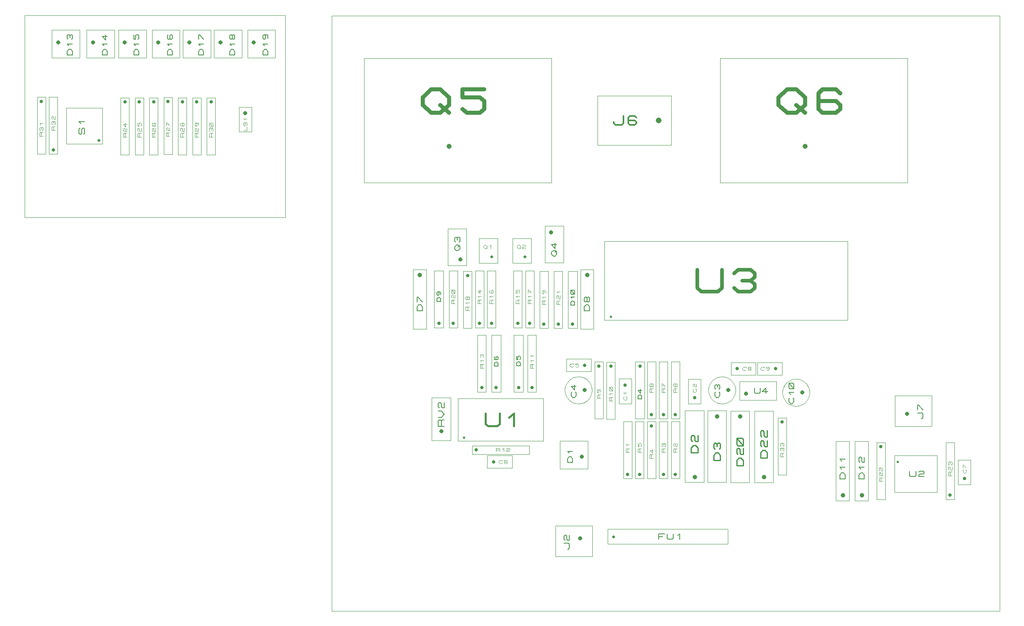
<source format=gbr>
G04 PROTEUS GERBER X2 FILE*
%TF.GenerationSoftware,Labcenter,Proteus,8.15-SP1-Build34318*%
%TF.CreationDate,2023-09-22T11:42:13+00:00*%
%TF.FileFunction,AssemblyDrawing,Top*%
%TF.FilePolarity,Positive*%
%TF.Part,Single*%
%TF.SameCoordinates,{8a78c1d3-1a7b-4f14-8512-878e163c9550}*%
%FSLAX45Y45*%
%MOMM*%
G01*
%TA.AperFunction,Material*%
%ADD23C,0.101600*%
%ADD35C,0.914400*%
%ADD36C,0.231130*%
%ADD37C,0.711200*%
%ADD38C,0.117340*%
%ADD39C,0.113450*%
%ADD40C,0.812800*%
%ADD41C,0.179490*%
%ADD42C,0.050800*%
%ADD43C,0.173000*%
%TA.AperFunction,Profile*%
%ADD22C,0.101600*%
%TA.AperFunction,Material*%
%ADD44C,0.508000*%
%ADD45C,0.760270*%
%ADD46C,0.171190*%
%ADD47C,0.183890*%
%ADD48C,0.609600*%
%ADD49C,0.197120*%
%ADD50C,0.128010*%
%ADD51C,0.440230*%
%ADD52C,0.200660*%
%ADD53C,0.114800*%
%ADD54C,0.183130*%
%ADD55C,1.016000*%
%ADD56C,0.820010*%
%ADD57C,1.219200*%
%ADD58C,0.299720*%
%ADD59C,0.195580*%
%ADD60C,0.111760*%
%TD.AperFunction*%
D23*
X+2404420Y-984300D02*
X+2795580Y-984300D01*
X+2795580Y+514300D01*
X+2404420Y+514300D01*
X+2404420Y-984300D01*
D35*
X+2600000Y+400000D02*
X+2600000Y+400000D01*
D36*
X+2669342Y-627047D02*
X+2530658Y-627047D01*
X+2530658Y-523035D01*
X+2576886Y-471029D01*
X+2623114Y-471029D01*
X+2669342Y-523035D01*
X+2669342Y-627047D01*
X+2553772Y-393019D02*
X+2530658Y-367016D01*
X+2530658Y-289007D01*
X+2553772Y-263004D01*
X+2576886Y-263004D01*
X+2600000Y-289007D01*
X+2600000Y-367016D01*
X+2623114Y-393019D01*
X+2669342Y-393019D01*
X+2669342Y-263004D01*
X+2646228Y-210997D02*
X+2553772Y-210997D01*
X+2530658Y-184994D01*
X+2530658Y-80982D01*
X+2553772Y-54979D01*
X+2646228Y-54979D01*
X+2669342Y-80982D01*
X+2669342Y-184994D01*
X+2646228Y-210997D01*
X+2669342Y-210997D02*
X+2530658Y-54979D01*
D23*
X+3395100Y-820900D02*
X+3572900Y-820900D01*
X+3572900Y+372900D01*
X+3395100Y+372900D01*
X+3395100Y-820900D01*
D37*
X+3484000Y+284000D02*
X+3484000Y+284000D01*
D38*
X+3519204Y-444648D02*
X+3448796Y-444648D01*
X+3448796Y-378641D01*
X+3460531Y-365439D01*
X+3472265Y-365439D01*
X+3484000Y-378641D01*
X+3484000Y-444648D01*
X+3484000Y-378641D02*
X+3495735Y-365439D01*
X+3519204Y-365439D01*
X+3460531Y-325835D02*
X+3448796Y-312633D01*
X+3448796Y-273029D01*
X+3460531Y-259827D01*
X+3472265Y-259827D01*
X+3484000Y-273029D01*
X+3495735Y-259827D01*
X+3507469Y-259827D01*
X+3519204Y-273029D01*
X+3519204Y-312633D01*
X+3507469Y-325835D01*
X+3484000Y-299432D02*
X+3484000Y-273029D01*
X+3460531Y-220223D02*
X+3448796Y-207021D01*
X+3448796Y-167417D01*
X+3460531Y-154215D01*
X+3472265Y-154215D01*
X+3484000Y-167417D01*
X+3495735Y-154215D01*
X+3507469Y-154215D01*
X+3519204Y-167417D01*
X+3519204Y-207021D01*
X+3507469Y-220223D01*
X+3484000Y-193820D02*
X+3484000Y-167417D01*
D23*
X+2413920Y+1267920D02*
X+2932080Y+1267920D01*
X+2932080Y+1532080D01*
X+2413920Y+1532080D01*
X+2413920Y+1267920D01*
D37*
X+2546000Y+1400000D02*
X+2546000Y+1400000D01*
D39*
X+2731293Y+1377309D02*
X+2718529Y+1365964D01*
X+2680239Y+1365964D01*
X+2654713Y+1388655D01*
X+2654713Y+1411345D01*
X+2680239Y+1434036D01*
X+2718529Y+1434036D01*
X+2731293Y+1422691D01*
X+2782346Y+1400000D02*
X+2769583Y+1411345D01*
X+2769583Y+1422691D01*
X+2782346Y+1434036D01*
X+2820636Y+1434036D01*
X+2833400Y+1422691D01*
X+2833400Y+1411345D01*
X+2820636Y+1400000D01*
X+2782346Y+1400000D01*
X+2769583Y+1388655D01*
X+2769583Y+1377309D01*
X+2782346Y+1365964D01*
X+2820636Y+1365964D01*
X+2833400Y+1377309D01*
X+2833400Y+1388655D01*
X+2820636Y+1400000D01*
D23*
X+2904420Y-984300D02*
X+3295580Y-984300D01*
X+3295580Y+514300D01*
X+2904420Y+514300D01*
X+2904420Y-984300D01*
D35*
X+3100000Y-870000D02*
X+3100000Y-870000D01*
D36*
X+3169342Y-467027D02*
X+3030658Y-467027D01*
X+3030658Y-363015D01*
X+3076886Y-311009D01*
X+3123114Y-311009D01*
X+3169342Y-363015D01*
X+3169342Y-467027D01*
X+3053772Y-232999D02*
X+3030658Y-206996D01*
X+3030658Y-128987D01*
X+3053772Y-102984D01*
X+3076886Y-102984D01*
X+3100000Y-128987D01*
X+3100000Y-206996D01*
X+3123114Y-232999D01*
X+3169342Y-232999D01*
X+3169342Y-102984D01*
X+3053772Y-24974D02*
X+3030658Y+1029D01*
X+3030658Y+79038D01*
X+3053772Y+105041D01*
X+3076886Y+105041D01*
X+3100000Y+79038D01*
X+3100000Y+1029D01*
X+3123114Y-24974D01*
X+3169342Y-24974D01*
X+3169342Y+105041D01*
D23*
X+2593920Y+741920D02*
X+3366080Y+741920D01*
X+3366080Y+1133080D01*
X+2593920Y+1133080D01*
X+2593920Y+741920D01*
D40*
X+2726000Y+874000D02*
X+2726000Y+874000D01*
D41*
X+2904817Y+991348D02*
X+2904817Y+901601D01*
X+2925009Y+883652D01*
X+3005781Y+883652D01*
X+3025974Y+901601D01*
X+3025974Y+991348D01*
X+3187517Y+919551D02*
X+3066360Y+919551D01*
X+3147131Y+991348D01*
X+3147131Y+883652D01*
D23*
X+2963920Y+1267920D02*
X+3482080Y+1267920D01*
X+3482080Y+1532080D01*
X+2963920Y+1532080D01*
X+2963920Y+1267920D01*
D37*
X+3350000Y+1400000D02*
X+3350000Y+1400000D01*
D39*
X+3113653Y+1377309D02*
X+3100889Y+1365964D01*
X+3062599Y+1365964D01*
X+3037073Y+1388655D01*
X+3037073Y+1411345D01*
X+3062599Y+1434036D01*
X+3100889Y+1434036D01*
X+3113653Y+1422691D01*
X+3215760Y+1411345D02*
X+3202996Y+1400000D01*
X+3164706Y+1400000D01*
X+3151943Y+1411345D01*
X+3151943Y+1422691D01*
X+3164706Y+1434036D01*
X+3202996Y+1434036D01*
X+3215760Y+1422691D01*
X+3215760Y+1377309D01*
X+3202996Y+1365964D01*
X+3164706Y+1365964D01*
D42*
X+4060060Y+900000D02*
X+4059142Y+922814D01*
X+4051689Y+968443D01*
X+4036142Y+1014072D01*
X+4010900Y+1059701D01*
X+3972358Y+1105231D01*
X+3926729Y+1140727D01*
X+3881100Y+1163847D01*
X+3835471Y+1177700D01*
X+3789842Y+1183646D01*
X+3776080Y+1183980D01*
X+3492100Y+900000D02*
X+3493018Y+922814D01*
X+3500471Y+968443D01*
X+3516018Y+1014072D01*
X+3541260Y+1059701D01*
X+3579802Y+1105231D01*
X+3625431Y+1140727D01*
X+3671060Y+1163847D01*
X+3716689Y+1177700D01*
X+3762318Y+1183646D01*
X+3776080Y+1183980D01*
X+3492100Y+900000D02*
X+3493018Y+877186D01*
X+3500471Y+831557D01*
X+3516018Y+785928D01*
X+3541260Y+740299D01*
X+3579802Y+694769D01*
X+3625431Y+659273D01*
X+3671060Y+636153D01*
X+3716689Y+622300D01*
X+3762318Y+616354D01*
X+3776080Y+616020D01*
X+4060060Y+900000D02*
X+4059142Y+877186D01*
X+4051689Y+831557D01*
X+4036142Y+785928D01*
X+4010900Y+740299D01*
X+3972358Y+694769D01*
X+3926729Y+659273D01*
X+3881100Y+636153D01*
X+3835471Y+622300D01*
X+3789842Y+616354D01*
X+3776080Y+616020D01*
D40*
X+3904000Y+900000D02*
X+3904000Y+900000D01*
D43*
X+3711062Y+783220D02*
X+3728363Y+763756D01*
X+3728363Y+705366D01*
X+3693761Y+666440D01*
X+3659160Y+666440D01*
X+3624558Y+705366D01*
X+3624558Y+763756D01*
X+3641859Y+783220D01*
X+3659160Y+861073D02*
X+3624558Y+900000D01*
X+3728363Y+900000D01*
X+3711062Y+977854D02*
X+3641859Y+977854D01*
X+3624558Y+997317D01*
X+3624558Y+1075170D01*
X+3641859Y+1094634D01*
X+3711062Y+1094634D01*
X+3728363Y+1075170D01*
X+3728363Y+997317D01*
X+3711062Y+977854D01*
X+3728363Y+977854D02*
X+3624558Y+1094634D01*
D22*
X-5943980Y-3673980D02*
X+8033980Y-3673980D01*
X+8033980Y+8793980D01*
X-5943980Y+8793980D01*
X-5943980Y-3673980D01*
D23*
X-232080Y+2420500D02*
X+4858080Y+2420500D01*
X+4858080Y+4071500D01*
X-232080Y+4071500D01*
X-232080Y+2420500D01*
D44*
X-100000Y+2484000D02*
X-100000Y+2484000D01*
D45*
X+1707496Y+3474081D02*
X+1707496Y+3093945D01*
X+1793026Y+3017918D01*
X+2135148Y+3017918D01*
X+2220679Y+3093945D01*
X+2220679Y+3474081D01*
X+2477270Y+3398054D02*
X+2562801Y+3474081D01*
X+2819392Y+3474081D01*
X+2904923Y+3398054D01*
X+2904923Y+3322027D01*
X+2819392Y+3246000D01*
X+2904923Y+3169972D01*
X+2904923Y+3093945D01*
X+2819392Y+3017918D01*
X+2562801Y+3017918D01*
X+2477270Y+3093945D01*
X+2648331Y+3246000D02*
X+2819392Y+3246000D01*
D23*
X-11800000Y+7913260D02*
X-11218340Y+7913260D01*
X-11218340Y+8494920D01*
X-11800000Y+8494920D01*
X-11800000Y+7913260D01*
D40*
X-11667920Y+8235840D02*
X-11667920Y+8235840D01*
D46*
X-11371451Y+7972976D02*
X-11474168Y+7972976D01*
X-11474168Y+8050014D01*
X-11439929Y+8088533D01*
X-11405690Y+8088533D01*
X-11371451Y+8050014D01*
X-11371451Y+7972976D01*
X-11439929Y+8165571D02*
X-11474168Y+8204090D01*
X-11371451Y+8204090D01*
X-11457049Y+8300387D02*
X-11474168Y+8319647D01*
X-11474168Y+8377425D01*
X-11457049Y+8396685D01*
X-11439929Y+8396685D01*
X-11422810Y+8377425D01*
X-11405690Y+8396685D01*
X-11388570Y+8396685D01*
X-11371451Y+8377425D01*
X-11371451Y+8319647D01*
X-11388570Y+8300387D01*
X-11422810Y+8338906D02*
X-11422810Y+8377425D01*
D23*
X-11070000Y+7913260D02*
X-10488340Y+7913260D01*
X-10488340Y+8494920D01*
X-11070000Y+8494920D01*
X-11070000Y+7913260D01*
D40*
X-10937920Y+8235840D02*
X-10937920Y+8235840D01*
D46*
X-10641451Y+7972976D02*
X-10744168Y+7972976D01*
X-10744168Y+8050014D01*
X-10709929Y+8088533D01*
X-10675690Y+8088533D01*
X-10641451Y+8050014D01*
X-10641451Y+7972976D01*
X-10709929Y+8165571D02*
X-10744168Y+8204090D01*
X-10641451Y+8204090D01*
X-10675690Y+8396685D02*
X-10675690Y+8281128D01*
X-10744168Y+8358166D01*
X-10641451Y+8358166D01*
D23*
X-10404000Y+7913260D02*
X-9822340Y+7913260D01*
X-9822340Y+8494920D01*
X-10404000Y+8494920D01*
X-10404000Y+7913260D01*
D40*
X-10271920Y+8235840D02*
X-10271920Y+8235840D01*
D46*
X-9975451Y+7972976D02*
X-10078168Y+7972976D01*
X-10078168Y+8050014D01*
X-10043929Y+8088533D01*
X-10009690Y+8088533D01*
X-9975451Y+8050014D01*
X-9975451Y+7972976D01*
X-10043929Y+8165571D02*
X-10078168Y+8204090D01*
X-9975451Y+8204090D01*
X-10078168Y+8396685D02*
X-10078168Y+8300387D01*
X-10043929Y+8300387D01*
X-10043929Y+8377425D01*
X-10026810Y+8396685D01*
X-9992570Y+8396685D01*
X-9975451Y+8377425D01*
X-9975451Y+8319647D01*
X-9992570Y+8300387D01*
D23*
X-9704000Y+7913260D02*
X-9122340Y+7913260D01*
X-9122340Y+8494920D01*
X-9704000Y+8494920D01*
X-9704000Y+7913260D01*
D40*
X-9571920Y+8235840D02*
X-9571920Y+8235840D01*
D46*
X-9275451Y+7972976D02*
X-9378168Y+7972976D01*
X-9378168Y+8050014D01*
X-9343929Y+8088533D01*
X-9309690Y+8088533D01*
X-9275451Y+8050014D01*
X-9275451Y+7972976D01*
X-9343929Y+8165571D02*
X-9378168Y+8204090D01*
X-9275451Y+8204090D01*
X-9361049Y+8396685D02*
X-9378168Y+8377425D01*
X-9378168Y+8319647D01*
X-9361049Y+8300387D01*
X-9292570Y+8300387D01*
X-9275451Y+8319647D01*
X-9275451Y+8377425D01*
X-9292570Y+8396685D01*
X-9309690Y+8396685D01*
X-9326810Y+8377425D01*
X-9326810Y+8300387D01*
D23*
X-9054000Y+7913260D02*
X-8472340Y+7913260D01*
X-8472340Y+8494920D01*
X-9054000Y+8494920D01*
X-9054000Y+7913260D01*
D40*
X-8921920Y+8235840D02*
X-8921920Y+8235840D01*
D46*
X-8625451Y+7972976D02*
X-8728168Y+7972976D01*
X-8728168Y+8050014D01*
X-8693929Y+8088533D01*
X-8659690Y+8088533D01*
X-8625451Y+8050014D01*
X-8625451Y+7972976D01*
X-8693929Y+8165571D02*
X-8728168Y+8204090D01*
X-8625451Y+8204090D01*
X-8728168Y+8300387D02*
X-8728168Y+8396685D01*
X-8711049Y+8396685D01*
X-8625451Y+8300387D01*
D23*
X-8404000Y+7913260D02*
X-7822340Y+7913260D01*
X-7822340Y+8494920D01*
X-8404000Y+8494920D01*
X-8404000Y+7913260D01*
D40*
X-8271920Y+8235840D02*
X-8271920Y+8235840D01*
D46*
X-7975451Y+7972976D02*
X-8078168Y+7972976D01*
X-8078168Y+8050014D01*
X-8043929Y+8088533D01*
X-8009690Y+8088533D01*
X-7975451Y+8050014D01*
X-7975451Y+7972976D01*
X-8043929Y+8165571D02*
X-8078168Y+8204090D01*
X-7975451Y+8204090D01*
X-8026810Y+8319647D02*
X-8043929Y+8300387D01*
X-8061049Y+8300387D01*
X-8078168Y+8319647D01*
X-8078168Y+8377425D01*
X-8061049Y+8396685D01*
X-8043929Y+8396685D01*
X-8026810Y+8377425D01*
X-8026810Y+8319647D01*
X-8009690Y+8300387D01*
X-7992570Y+8300387D01*
X-7975451Y+8319647D01*
X-7975451Y+8377425D01*
X-7992570Y+8396685D01*
X-8009690Y+8396685D01*
X-8026810Y+8377425D01*
D23*
X-7704000Y+7913260D02*
X-7122340Y+7913260D01*
X-7122340Y+8494920D01*
X-7704000Y+8494920D01*
X-7704000Y+7913260D01*
D40*
X-7571920Y+8235840D02*
X-7571920Y+8235840D01*
D46*
X-7275451Y+7972976D02*
X-7378168Y+7972976D01*
X-7378168Y+8050014D01*
X-7343929Y+8088533D01*
X-7309690Y+8088533D01*
X-7275451Y+8050014D01*
X-7275451Y+7972976D01*
X-7343929Y+8165571D02*
X-7378168Y+8204090D01*
X-7275451Y+8204090D01*
X-7343929Y+8396685D02*
X-7326810Y+8377425D01*
X-7326810Y+8319647D01*
X-7343929Y+8300387D01*
X-7361049Y+8300387D01*
X-7378168Y+8319647D01*
X-7378168Y+8377425D01*
X-7361049Y+8396685D01*
X-7292570Y+8396685D01*
X-7275451Y+8377425D01*
X-7275451Y+8319647D01*
D23*
X-10356820Y+5880940D02*
X-10179020Y+5880940D01*
X-10179020Y+7074740D01*
X-10356820Y+7074740D01*
X-10356820Y+5880940D01*
D37*
X-10267920Y+6985840D02*
X-10267920Y+6985840D01*
D38*
X-10232716Y+6257192D02*
X-10303124Y+6257192D01*
X-10303124Y+6323199D01*
X-10291389Y+6336401D01*
X-10279655Y+6336401D01*
X-10267920Y+6323199D01*
X-10267920Y+6257192D01*
X-10267920Y+6323199D02*
X-10256185Y+6336401D01*
X-10232716Y+6336401D01*
X-10291389Y+6376005D02*
X-10303124Y+6389207D01*
X-10303124Y+6428811D01*
X-10291389Y+6442013D01*
X-10279655Y+6442013D01*
X-10267920Y+6428811D01*
X-10267920Y+6389207D01*
X-10256185Y+6376005D01*
X-10232716Y+6376005D01*
X-10232716Y+6442013D01*
X-10256185Y+6547625D02*
X-10256185Y+6468416D01*
X-10303124Y+6521222D01*
X-10232716Y+6521222D01*
D23*
X-10056820Y+5880940D02*
X-9879020Y+5880940D01*
X-9879020Y+7074740D01*
X-10056820Y+7074740D01*
X-10056820Y+5880940D01*
D37*
X-9967920Y+6985840D02*
X-9967920Y+6985840D01*
D38*
X-9932716Y+6257192D02*
X-10003124Y+6257192D01*
X-10003124Y+6323199D01*
X-9991389Y+6336401D01*
X-9979655Y+6336401D01*
X-9967920Y+6323199D01*
X-9967920Y+6257192D01*
X-9967920Y+6323199D02*
X-9956185Y+6336401D01*
X-9932716Y+6336401D01*
X-9991389Y+6376005D02*
X-10003124Y+6389207D01*
X-10003124Y+6428811D01*
X-9991389Y+6442013D01*
X-9979655Y+6442013D01*
X-9967920Y+6428811D01*
X-9967920Y+6389207D01*
X-9956185Y+6376005D01*
X-9932716Y+6376005D01*
X-9932716Y+6442013D01*
X-10003124Y+6547625D02*
X-10003124Y+6481617D01*
X-9979655Y+6481617D01*
X-9979655Y+6534423D01*
X-9967920Y+6547625D01*
X-9944451Y+6547625D01*
X-9932716Y+6534423D01*
X-9932716Y+6494819D01*
X-9944451Y+6481617D01*
D23*
X-9756820Y+5880940D02*
X-9579020Y+5880940D01*
X-9579020Y+7074740D01*
X-9756820Y+7074740D01*
X-9756820Y+5880940D01*
D37*
X-9667920Y+6985840D02*
X-9667920Y+6985840D01*
D38*
X-9632716Y+6257192D02*
X-9703124Y+6257192D01*
X-9703124Y+6323199D01*
X-9691389Y+6336401D01*
X-9679655Y+6336401D01*
X-9667920Y+6323199D01*
X-9667920Y+6257192D01*
X-9667920Y+6323199D02*
X-9656185Y+6336401D01*
X-9632716Y+6336401D01*
X-9691389Y+6376005D02*
X-9703124Y+6389207D01*
X-9703124Y+6428811D01*
X-9691389Y+6442013D01*
X-9679655Y+6442013D01*
X-9667920Y+6428811D01*
X-9667920Y+6389207D01*
X-9656185Y+6376005D01*
X-9632716Y+6376005D01*
X-9632716Y+6442013D01*
X-9691389Y+6547625D02*
X-9703124Y+6534423D01*
X-9703124Y+6494819D01*
X-9691389Y+6481617D01*
X-9644451Y+6481617D01*
X-9632716Y+6494819D01*
X-9632716Y+6534423D01*
X-9644451Y+6547625D01*
X-9656185Y+6547625D01*
X-9667920Y+6534423D01*
X-9667920Y+6481617D01*
D23*
X-9456820Y+5890940D02*
X-9279020Y+5890940D01*
X-9279020Y+7084740D01*
X-9456820Y+7084740D01*
X-9456820Y+5890940D01*
D37*
X-9367920Y+6995840D02*
X-9367920Y+6995840D01*
D38*
X-9332716Y+6267192D02*
X-9403124Y+6267192D01*
X-9403124Y+6333199D01*
X-9391389Y+6346401D01*
X-9379655Y+6346401D01*
X-9367920Y+6333199D01*
X-9367920Y+6267192D01*
X-9367920Y+6333199D02*
X-9356185Y+6346401D01*
X-9332716Y+6346401D01*
X-9391389Y+6386005D02*
X-9403124Y+6399207D01*
X-9403124Y+6438811D01*
X-9391389Y+6452013D01*
X-9379655Y+6452013D01*
X-9367920Y+6438811D01*
X-9367920Y+6399207D01*
X-9356185Y+6386005D01*
X-9332716Y+6386005D01*
X-9332716Y+6452013D01*
X-9403124Y+6491617D02*
X-9403124Y+6557625D01*
X-9391389Y+6557625D01*
X-9332716Y+6491617D01*
D23*
X-9156820Y+5880940D02*
X-8979020Y+5880940D01*
X-8979020Y+7074740D01*
X-9156820Y+7074740D01*
X-9156820Y+5880940D01*
D37*
X-9067920Y+6985840D02*
X-9067920Y+6985840D01*
D38*
X-9032716Y+6257192D02*
X-9103124Y+6257192D01*
X-9103124Y+6323199D01*
X-9091389Y+6336401D01*
X-9079655Y+6336401D01*
X-9067920Y+6323199D01*
X-9067920Y+6257192D01*
X-9067920Y+6323199D02*
X-9056185Y+6336401D01*
X-9032716Y+6336401D01*
X-9091389Y+6376005D02*
X-9103124Y+6389207D01*
X-9103124Y+6428811D01*
X-9091389Y+6442013D01*
X-9079655Y+6442013D01*
X-9067920Y+6428811D01*
X-9067920Y+6389207D01*
X-9056185Y+6376005D01*
X-9032716Y+6376005D01*
X-9032716Y+6442013D01*
X-9067920Y+6494819D02*
X-9079655Y+6481617D01*
X-9091389Y+6481617D01*
X-9103124Y+6494819D01*
X-9103124Y+6534423D01*
X-9091389Y+6547625D01*
X-9079655Y+6547625D01*
X-9067920Y+6534423D01*
X-9067920Y+6494819D01*
X-9056185Y+6481617D01*
X-9044451Y+6481617D01*
X-9032716Y+6494819D01*
X-9032716Y+6534423D01*
X-9044451Y+6547625D01*
X-9056185Y+6547625D01*
X-9067920Y+6534423D01*
D23*
X-8856820Y+5880940D02*
X-8679020Y+5880940D01*
X-8679020Y+7074740D01*
X-8856820Y+7074740D01*
X-8856820Y+5880940D01*
D37*
X-8767920Y+6985840D02*
X-8767920Y+6985840D01*
D38*
X-8732716Y+6257192D02*
X-8803124Y+6257192D01*
X-8803124Y+6323199D01*
X-8791389Y+6336401D01*
X-8779655Y+6336401D01*
X-8767920Y+6323199D01*
X-8767920Y+6257192D01*
X-8767920Y+6323199D02*
X-8756185Y+6336401D01*
X-8732716Y+6336401D01*
X-8791389Y+6376005D02*
X-8803124Y+6389207D01*
X-8803124Y+6428811D01*
X-8791389Y+6442013D01*
X-8779655Y+6442013D01*
X-8767920Y+6428811D01*
X-8767920Y+6389207D01*
X-8756185Y+6376005D01*
X-8732716Y+6376005D01*
X-8732716Y+6442013D01*
X-8779655Y+6547625D02*
X-8767920Y+6534423D01*
X-8767920Y+6494819D01*
X-8779655Y+6481617D01*
X-8791389Y+6481617D01*
X-8803124Y+6494819D01*
X-8803124Y+6534423D01*
X-8791389Y+6547625D01*
X-8744451Y+6547625D01*
X-8732716Y+6534423D01*
X-8732716Y+6494819D01*
D23*
X-8556820Y+5880940D02*
X-8379020Y+5880940D01*
X-8379020Y+7074740D01*
X-8556820Y+7074740D01*
X-8556820Y+5880940D01*
D37*
X-8467920Y+6985840D02*
X-8467920Y+6985840D01*
D38*
X-8432716Y+6257192D02*
X-8503124Y+6257192D01*
X-8503124Y+6323199D01*
X-8491389Y+6336401D01*
X-8479655Y+6336401D01*
X-8467920Y+6323199D01*
X-8467920Y+6257192D01*
X-8467920Y+6323199D02*
X-8456185Y+6336401D01*
X-8432716Y+6336401D01*
X-8491389Y+6376005D02*
X-8503124Y+6389207D01*
X-8503124Y+6428811D01*
X-8491389Y+6442013D01*
X-8479655Y+6442013D01*
X-8467920Y+6428811D01*
X-8456185Y+6442013D01*
X-8444451Y+6442013D01*
X-8432716Y+6428811D01*
X-8432716Y+6389207D01*
X-8444451Y+6376005D01*
X-8467920Y+6402408D02*
X-8467920Y+6428811D01*
X-8444451Y+6468416D02*
X-8491389Y+6468416D01*
X-8503124Y+6481617D01*
X-8503124Y+6534423D01*
X-8491389Y+6547625D01*
X-8444451Y+6547625D01*
X-8432716Y+6534423D01*
X-8432716Y+6481617D01*
X-8444451Y+6468416D01*
X-8432716Y+6468416D02*
X-8503124Y+6547625D01*
D23*
X-1259080Y-2536080D02*
X-486920Y-2536080D01*
X-486920Y-1890920D01*
X-1259080Y-1890920D01*
X-1259080Y-2536080D01*
D40*
X-746000Y-2150000D02*
X-746000Y-2150000D01*
D47*
X-1004470Y-2379006D02*
X-986080Y-2379006D01*
X-967691Y-2358318D01*
X-967691Y-2275565D01*
X-986080Y-2254877D01*
X-1078028Y-2254877D01*
X-1059639Y-2192812D02*
X-1078028Y-2172124D01*
X-1078028Y-2110059D01*
X-1059639Y-2089371D01*
X-1041249Y-2089371D01*
X-1022860Y-2110059D01*
X-1022860Y-2172124D01*
X-1004470Y-2192812D01*
X-967691Y-2192812D01*
X-967691Y-2089371D01*
D23*
X+161100Y-904900D02*
X+338900Y-904900D01*
X+338900Y+288900D01*
X+161100Y+288900D01*
X+161100Y-904900D01*
D37*
X+250000Y-816000D02*
X+250000Y-816000D01*
D38*
X+285204Y-351382D02*
X+214796Y-351382D01*
X+214796Y-285375D01*
X+226531Y-272173D01*
X+238265Y-272173D01*
X+250000Y-285375D01*
X+250000Y-351382D01*
X+250000Y-285375D02*
X+261735Y-272173D01*
X+285204Y-272173D01*
X+238265Y-219367D02*
X+214796Y-192964D01*
X+285204Y-192964D01*
D23*
X-1161379Y-698879D02*
X-579719Y-698879D01*
X-579719Y-117219D01*
X-1161379Y-117219D01*
X-1161379Y-698879D01*
D40*
X-711799Y-439799D02*
X-711799Y-439799D01*
D46*
X-905550Y-562125D02*
X-1008267Y-562125D01*
X-1008267Y-485087D01*
X-974028Y-446568D01*
X-939789Y-446568D01*
X-905550Y-485087D01*
X-905550Y-562125D01*
X-974028Y-369530D02*
X-1008267Y-331011D01*
X-905550Y-331011D01*
D23*
X-165080Y-2271080D02*
X+2345080Y-2271080D01*
X+2345080Y-1960920D01*
X-165080Y-1960920D01*
X-165080Y-2271080D01*
D48*
X-50000Y-2116000D02*
X-50000Y-2116000D01*
D49*
X+896668Y-2175136D02*
X+896668Y-2056864D01*
X+1029724Y-2056864D01*
X+896668Y-2116000D02*
X+985372Y-2116000D01*
X+1074076Y-2056864D02*
X+1074076Y-2155424D01*
X+1096252Y-2175136D01*
X+1184956Y-2175136D01*
X+1207132Y-2155424D01*
X+1207132Y-2056864D01*
X+1295836Y-2096288D02*
X+1340188Y-2056864D01*
X+1340188Y-2175136D01*
D23*
X+1161100Y-904900D02*
X+1338900Y-904900D01*
X+1338900Y+288900D01*
X+1161100Y+288900D01*
X+1161100Y-904900D01*
D37*
X+1250000Y-816000D02*
X+1250000Y-816000D01*
D38*
X+1285204Y-351382D02*
X+1214796Y-351382D01*
X+1214796Y-285375D01*
X+1226531Y-272173D01*
X+1238265Y-272173D01*
X+1250000Y-285375D01*
X+1250000Y-351382D01*
X+1250000Y-285375D02*
X+1261735Y-272173D01*
X+1285204Y-272173D01*
X+1226531Y-232569D02*
X+1214796Y-219367D01*
X+1214796Y-179763D01*
X+1226531Y-166561D01*
X+1238265Y-166561D01*
X+1250000Y-179763D01*
X+1250000Y-219367D01*
X+1261735Y-232569D01*
X+1285204Y-232569D01*
X+1285204Y-166561D01*
D23*
X+911100Y-904900D02*
X+1088900Y-904900D01*
X+1088900Y+288900D01*
X+911100Y+288900D01*
X+911100Y-904900D01*
D37*
X+1000000Y-816000D02*
X+1000000Y-816000D01*
D38*
X+1035204Y-351382D02*
X+964796Y-351382D01*
X+964796Y-285375D01*
X+976531Y-272173D01*
X+988265Y-272173D01*
X+1000000Y-285375D01*
X+1000000Y-351382D01*
X+1000000Y-285375D02*
X+1011735Y-272173D01*
X+1035204Y-272173D01*
X+976531Y-232569D02*
X+964796Y-219367D01*
X+964796Y-179763D01*
X+976531Y-166561D01*
X+988265Y-166561D01*
X+1000000Y-179763D01*
X+1011735Y-166561D01*
X+1023469Y-166561D01*
X+1035204Y-179763D01*
X+1035204Y-219367D01*
X+1023469Y-232569D01*
X+1000000Y-206166D02*
X+1000000Y-179763D01*
D23*
X+661100Y-904900D02*
X+838900Y-904900D01*
X+838900Y+288900D01*
X+661100Y+288900D01*
X+661100Y-904900D01*
D37*
X+750000Y+200000D02*
X+750000Y+200000D01*
D38*
X+785204Y-475842D02*
X+714796Y-475842D01*
X+714796Y-409835D01*
X+726531Y-396633D01*
X+738265Y-396633D01*
X+750000Y-409835D01*
X+750000Y-475842D01*
X+750000Y-409835D02*
X+761735Y-396633D01*
X+785204Y-396633D01*
X+761735Y-291021D02*
X+761735Y-370230D01*
X+714796Y-317424D01*
X+785204Y-317424D01*
D23*
X+411100Y-904900D02*
X+588900Y-904900D01*
X+588900Y+288900D01*
X+411100Y+288900D01*
X+411100Y-904900D01*
D37*
X+500000Y-816000D02*
X+500000Y-816000D01*
D38*
X+535204Y-351382D02*
X+464796Y-351382D01*
X+464796Y-285375D01*
X+476531Y-272173D01*
X+488265Y-272173D01*
X+500000Y-285375D01*
X+500000Y-351382D01*
X+500000Y-285375D02*
X+511735Y-272173D01*
X+535204Y-272173D01*
X+464796Y-166561D02*
X+464796Y-232569D01*
X+488265Y-232569D01*
X+488265Y-179763D01*
X+500000Y-166561D01*
X+523469Y-166561D01*
X+535204Y-179763D01*
X+535204Y-219367D01*
X+523469Y-232569D01*
D23*
X+67920Y+667920D02*
X+332080Y+667920D01*
X+332080Y+1186080D01*
X+67920Y+1186080D01*
X+67920Y+667920D01*
D37*
X+200000Y+1054000D02*
X+200000Y+1054000D01*
D39*
X+222691Y+817653D02*
X+234036Y+804889D01*
X+234036Y+766599D01*
X+211345Y+741073D01*
X+188655Y+741073D01*
X+165964Y+766599D01*
X+165964Y+804889D01*
X+177309Y+817653D01*
X+188655Y+868706D02*
X+165964Y+894233D01*
X+234036Y+894233D01*
D23*
X+1454420Y-980300D02*
X+1845580Y-980300D01*
X+1845580Y+518300D01*
X+1454420Y+518300D01*
X+1454420Y-980300D01*
D35*
X+1650000Y-866000D02*
X+1650000Y-866000D01*
D36*
X+1719342Y-359015D02*
X+1580658Y-359015D01*
X+1580658Y-255003D01*
X+1626886Y-202997D01*
X+1673114Y-202997D01*
X+1719342Y-255003D01*
X+1719342Y-359015D01*
X+1603772Y-124987D02*
X+1580658Y-98984D01*
X+1580658Y-20975D01*
X+1603772Y+5028D01*
X+1626886Y+5028D01*
X+1650000Y-20975D01*
X+1650000Y-98984D01*
X+1673114Y-124987D01*
X+1719342Y-124987D01*
X+1719342Y+5028D01*
D23*
X+1924420Y-980300D02*
X+2315580Y-980300D01*
X+2315580Y+518300D01*
X+1924420Y+518300D01*
X+1924420Y-980300D01*
D35*
X+2120000Y+404000D02*
X+2120000Y+404000D01*
D36*
X+2189342Y-519035D02*
X+2050658Y-519035D01*
X+2050658Y-415023D01*
X+2096886Y-363017D01*
X+2143114Y-363017D01*
X+2189342Y-415023D01*
X+2189342Y-519035D01*
X+2073772Y-285007D02*
X+2050658Y-259004D01*
X+2050658Y-180995D01*
X+2073772Y-154992D01*
X+2096886Y-154992D01*
X+2120000Y-180995D01*
X+2143114Y-154992D01*
X+2166228Y-154992D01*
X+2189342Y-180995D01*
X+2189342Y-259004D01*
X+2166228Y-285007D01*
X+2120000Y-233001D02*
X+2120000Y-180995D01*
D23*
X+1517920Y+663920D02*
X+1782080Y+663920D01*
X+1782080Y+1182080D01*
X+1517920Y+1182080D01*
X+1517920Y+663920D01*
D37*
X+1650000Y+796000D02*
X+1650000Y+796000D01*
D39*
X+1672691Y+981293D02*
X+1684036Y+968529D01*
X+1684036Y+930239D01*
X+1661345Y+904713D01*
X+1638655Y+904713D01*
X+1615964Y+930239D01*
X+1615964Y+968529D01*
X+1627309Y+981293D01*
X+1627309Y+1019583D02*
X+1615964Y+1032346D01*
X+1615964Y+1070636D01*
X+1627309Y+1083400D01*
X+1638655Y+1083400D01*
X+1650000Y+1070636D01*
X+1650000Y+1032346D01*
X+1661345Y+1019583D01*
X+1684036Y+1019583D01*
X+1684036Y+1083400D01*
D23*
X+1161100Y+351100D02*
X+1338900Y+351100D01*
X+1338900Y+1544900D01*
X+1161100Y+1544900D01*
X+1161100Y+351100D01*
D37*
X+1250000Y+440000D02*
X+1250000Y+440000D01*
D38*
X+1285204Y+904618D02*
X+1214796Y+904618D01*
X+1214796Y+970625D01*
X+1226531Y+983827D01*
X+1238265Y+983827D01*
X+1250000Y+970625D01*
X+1250000Y+904618D01*
X+1250000Y+970625D02*
X+1261735Y+983827D01*
X+1285204Y+983827D01*
X+1226531Y+1089439D02*
X+1214796Y+1076237D01*
X+1214796Y+1036633D01*
X+1226531Y+1023431D01*
X+1273469Y+1023431D01*
X+1285204Y+1036633D01*
X+1285204Y+1076237D01*
X+1273469Y+1089439D01*
X+1261735Y+1089439D01*
X+1250000Y+1076237D01*
X+1250000Y+1023431D01*
D23*
X+911100Y+351100D02*
X+1088900Y+351100D01*
X+1088900Y+1544900D01*
X+911100Y+1544900D01*
X+911100Y+351100D01*
D37*
X+1000000Y+440000D02*
X+1000000Y+440000D01*
D38*
X+1035204Y+904618D02*
X+964796Y+904618D01*
X+964796Y+970625D01*
X+976531Y+983827D01*
X+988265Y+983827D01*
X+1000000Y+970625D01*
X+1000000Y+904618D01*
X+1000000Y+970625D02*
X+1011735Y+983827D01*
X+1035204Y+983827D01*
X+964796Y+1023431D02*
X+964796Y+1089439D01*
X+976531Y+1089439D01*
X+1035204Y+1023431D01*
D23*
X+661100Y+351100D02*
X+838900Y+351100D01*
X+838900Y+1544900D01*
X+661100Y+1544900D01*
X+661100Y+351100D01*
D37*
X+750000Y+440000D02*
X+750000Y+440000D01*
D38*
X+785204Y+904618D02*
X+714796Y+904618D01*
X+714796Y+970625D01*
X+726531Y+983827D01*
X+738265Y+983827D01*
X+750000Y+970625D01*
X+750000Y+904618D01*
X+750000Y+970625D02*
X+761735Y+983827D01*
X+785204Y+983827D01*
X+750000Y+1036633D02*
X+738265Y+1023431D01*
X+726531Y+1023431D01*
X+714796Y+1036633D01*
X+714796Y+1076237D01*
X+726531Y+1089439D01*
X+738265Y+1089439D01*
X+750000Y+1076237D01*
X+750000Y+1036633D01*
X+761735Y+1023431D01*
X+773469Y+1023431D01*
X+785204Y+1036633D01*
X+785204Y+1076237D01*
X+773469Y+1089439D01*
X+761735Y+1089439D01*
X+750000Y+1076237D01*
D42*
X+2510060Y+950000D02*
X+2509142Y+972814D01*
X+2501689Y+1018443D01*
X+2486142Y+1064072D01*
X+2460900Y+1109701D01*
X+2422358Y+1155231D01*
X+2376729Y+1190727D01*
X+2331100Y+1213847D01*
X+2285471Y+1227700D01*
X+2239842Y+1233646D01*
X+2226080Y+1233980D01*
X+1942100Y+950000D02*
X+1943018Y+972814D01*
X+1950471Y+1018443D01*
X+1966018Y+1064072D01*
X+1991260Y+1109701D01*
X+2029802Y+1155231D01*
X+2075431Y+1190727D01*
X+2121060Y+1213847D01*
X+2166689Y+1227700D01*
X+2212318Y+1233646D01*
X+2226080Y+1233980D01*
X+1942100Y+950000D02*
X+1943018Y+927186D01*
X+1950471Y+881557D01*
X+1966018Y+835928D01*
X+1991260Y+790299D01*
X+2029802Y+744769D01*
X+2075431Y+709273D01*
X+2121060Y+686153D01*
X+2166689Y+672300D01*
X+2212318Y+666354D01*
X+2226080Y+666020D01*
X+2510060Y+950000D02*
X+2509142Y+927186D01*
X+2501689Y+881557D01*
X+2486142Y+835928D01*
X+2460900Y+790299D01*
X+2422358Y+744769D01*
X+2376729Y+709273D01*
X+2331100Y+686153D01*
X+2285471Y+672300D01*
X+2239842Y+666354D01*
X+2226080Y+666020D01*
D40*
X+2354000Y+950000D02*
X+2354000Y+950000D01*
D43*
X+2161062Y+911073D02*
X+2178363Y+891609D01*
X+2178363Y+833219D01*
X+2143761Y+794293D01*
X+2109160Y+794293D01*
X+2074558Y+833219D01*
X+2074558Y+891609D01*
X+2091859Y+911073D01*
X+2091859Y+969463D02*
X+2074558Y+988926D01*
X+2074558Y+1047316D01*
X+2091859Y+1066780D01*
X+2109160Y+1066780D01*
X+2126460Y+1047316D01*
X+2143761Y+1066780D01*
X+2161062Y+1066780D01*
X+2178363Y+1047316D01*
X+2178363Y+988926D01*
X+2161062Y+969463D01*
X+2126460Y+1008390D02*
X+2126460Y+1047316D01*
D23*
X+410314Y+349934D02*
X+603354Y+349934D01*
X+603354Y+1543734D01*
X+410314Y+1543734D01*
X+410314Y+349934D01*
D37*
X+506834Y+1454834D02*
X+506834Y+1454834D01*
D50*
X+545238Y+769391D02*
X+468429Y+769391D01*
X+468429Y+826997D01*
X+494032Y+855800D01*
X+519635Y+855800D01*
X+545238Y+826997D01*
X+545238Y+769391D01*
X+519635Y+971013D02*
X+519635Y+884604D01*
X+468429Y+942210D01*
X+545238Y+942210D01*
D42*
X-493940Y+950000D02*
X-494858Y+972814D01*
X-502311Y+1018443D01*
X-517858Y+1064072D01*
X-543100Y+1109701D01*
X-581642Y+1155231D01*
X-627271Y+1190727D01*
X-672900Y+1213847D01*
X-718529Y+1227700D01*
X-764158Y+1233646D01*
X-777920Y+1233980D01*
X-1061900Y+950000D02*
X-1060982Y+972814D01*
X-1053529Y+1018443D01*
X-1037982Y+1064072D01*
X-1012740Y+1109701D01*
X-974198Y+1155231D01*
X-928569Y+1190727D01*
X-882940Y+1213847D01*
X-837311Y+1227700D01*
X-791682Y+1233646D01*
X-777920Y+1233980D01*
X-1061900Y+950000D02*
X-1060982Y+927186D01*
X-1053529Y+881557D01*
X-1037982Y+835928D01*
X-1012740Y+790299D01*
X-974198Y+744769D01*
X-928569Y+709273D01*
X-882940Y+686153D01*
X-837311Y+672300D01*
X-791682Y+666354D01*
X-777920Y+666020D01*
X-493940Y+950000D02*
X-494858Y+927186D01*
X-502311Y+881557D01*
X-517858Y+835928D01*
X-543100Y+790299D01*
X-581642Y+744769D01*
X-627271Y+709273D01*
X-672900Y+686153D01*
X-718529Y+672300D01*
X-764158Y+666354D01*
X-777920Y+666020D01*
D40*
X-650000Y+950000D02*
X-650000Y+950000D01*
D43*
X-842938Y+911073D02*
X-825637Y+891609D01*
X-825637Y+833219D01*
X-860239Y+794293D01*
X-894840Y+794293D01*
X-929442Y+833219D01*
X-929442Y+891609D01*
X-912141Y+911073D01*
X-860239Y+1066780D02*
X-860239Y+950000D01*
X-929442Y+1027853D01*
X-825637Y+1027853D01*
D23*
X-1031246Y+1341086D02*
X-513086Y+1341086D01*
X-513086Y+1605246D01*
X-1031246Y+1605246D01*
X-1031246Y+1341086D01*
D37*
X-645166Y+1473166D02*
X-645166Y+1473166D01*
D39*
X-881513Y+1450475D02*
X-894277Y+1439130D01*
X-932567Y+1439130D01*
X-958093Y+1461821D01*
X-958093Y+1484511D01*
X-932567Y+1507202D01*
X-894277Y+1507202D01*
X-881513Y+1495857D01*
X-779406Y+1507202D02*
X-843223Y+1507202D01*
X-843223Y+1484511D01*
X-792170Y+1484511D01*
X-779406Y+1473166D01*
X-779406Y+1450475D01*
X-792170Y+1439130D01*
X-830460Y+1439130D01*
X-843223Y+1450475D01*
D23*
X-3302080Y-113500D02*
X-1513920Y-113500D01*
X-1513920Y+775500D01*
X-3302080Y+775500D01*
X-3302080Y-113500D01*
D44*
X-3170000Y-50000D02*
X-3170000Y-50000D01*
D51*
X-2725468Y+463069D02*
X-2725468Y+242953D01*
X-2675942Y+198930D01*
X-2477838Y+198930D01*
X-2428312Y+242953D01*
X-2428312Y+463069D01*
X-2230208Y+375023D02*
X-2131156Y+463069D01*
X-2131156Y+198930D01*
D23*
X-438900Y+351100D02*
X-261100Y+351100D01*
X-261100Y+1544900D01*
X-438900Y+1544900D01*
X-438900Y+351100D01*
D37*
X-350000Y+1456000D02*
X-350000Y+1456000D01*
D38*
X-314796Y+780158D02*
X-385204Y+780158D01*
X-385204Y+846165D01*
X-373469Y+859367D01*
X-361735Y+859367D01*
X-350000Y+846165D01*
X-350000Y+780158D01*
X-350000Y+846165D02*
X-338265Y+859367D01*
X-314796Y+859367D01*
X-361735Y+964979D02*
X-350000Y+951777D01*
X-350000Y+912173D01*
X-361735Y+898971D01*
X-373469Y+898971D01*
X-385204Y+912173D01*
X-385204Y+951777D01*
X-373469Y+964979D01*
X-326531Y+964979D01*
X-314796Y+951777D01*
X-314796Y+912173D01*
D23*
X-188900Y+345100D02*
X-11100Y+345100D01*
X-11100Y+1538900D01*
X-188900Y+1538900D01*
X-188900Y+345100D01*
D37*
X-100000Y+1450000D02*
X-100000Y+1450000D01*
D38*
X-64796Y+721352D02*
X-135204Y+721352D01*
X-135204Y+787359D01*
X-123469Y+800561D01*
X-111735Y+800561D01*
X-100000Y+787359D01*
X-100000Y+721352D01*
X-100000Y+787359D02*
X-88265Y+800561D01*
X-64796Y+800561D01*
X-111735Y+853367D02*
X-135204Y+879770D01*
X-64796Y+879770D01*
X-76531Y+932576D02*
X-123469Y+932576D01*
X-135204Y+945777D01*
X-135204Y+998583D01*
X-123469Y+1011785D01*
X-76531Y+1011785D01*
X-64796Y+998583D01*
X-64796Y+945777D01*
X-76531Y+932576D01*
X-64796Y+932576D02*
X-135204Y+1011785D01*
D23*
X-2686080Y-682080D02*
X-2167920Y-682080D01*
X-2167920Y-417920D01*
X-2686080Y-417920D01*
X-2686080Y-682080D01*
D37*
X-2554000Y-550000D02*
X-2554000Y-550000D01*
D39*
X-2368707Y-572691D02*
X-2381471Y-584036D01*
X-2419761Y-584036D01*
X-2445287Y-561345D01*
X-2445287Y-538655D01*
X-2419761Y-515964D01*
X-2381471Y-515964D01*
X-2368707Y-527309D01*
X-2266600Y-527309D02*
X-2279364Y-515964D01*
X-2317654Y-515964D01*
X-2330417Y-527309D01*
X-2330417Y-572691D01*
X-2317654Y-584036D01*
X-2279364Y-584036D01*
X-2266600Y-572691D01*
X-2266600Y-561345D01*
X-2279364Y-550000D01*
X-2330417Y-550000D01*
D23*
X-3004900Y-388900D02*
X-1811100Y-388900D01*
X-1811100Y-211100D01*
X-3004900Y-211100D01*
X-3004900Y-388900D01*
D37*
X-2916000Y-300000D02*
X-2916000Y-300000D01*
D38*
X-2504188Y-335204D02*
X-2504188Y-264796D01*
X-2438181Y-264796D01*
X-2424979Y-276531D01*
X-2424979Y-288265D01*
X-2438181Y-300000D01*
X-2504188Y-300000D01*
X-2438181Y-300000D02*
X-2424979Y-311735D01*
X-2424979Y-335204D01*
X-2372173Y-288265D02*
X-2345770Y-264796D01*
X-2345770Y-335204D01*
X-2279763Y-276531D02*
X-2266561Y-264796D01*
X-2226957Y-264796D01*
X-2213755Y-276531D01*
X-2213755Y-288265D01*
X-2226957Y-300000D01*
X-2266561Y-300000D01*
X-2279763Y-311735D01*
X-2279763Y-335204D01*
X-2213755Y-335204D01*
D23*
X-3845580Y-103580D02*
X-3454420Y-103580D01*
X-3454420Y+795580D01*
X-3845580Y+795580D01*
X-3845580Y-103580D01*
D40*
X-3650000Y+92000D02*
X-3650000Y+92000D01*
D52*
X-3589802Y+193219D02*
X-3710198Y+193219D01*
X-3710198Y+306090D01*
X-3690132Y+328664D01*
X-3670066Y+328664D01*
X-3650000Y+306090D01*
X-3650000Y+193219D01*
X-3650000Y+306090D02*
X-3629934Y+328664D01*
X-3589802Y+328664D01*
X-3710198Y+373813D02*
X-3650000Y+373813D01*
X-3589802Y+441535D01*
X-3650000Y+509258D01*
X-3710198Y+509258D01*
X-3690132Y+576981D02*
X-3710198Y+599555D01*
X-3710198Y+667278D01*
X-3690132Y+689852D01*
X-3670066Y+689852D01*
X-3650000Y+667278D01*
X-3650000Y+599555D01*
X-3629934Y+576981D01*
X-3589802Y+576981D01*
X-3589802Y+689852D01*
D23*
X-1838900Y+911100D02*
X-1661100Y+911100D01*
X-1661100Y+2104900D01*
X-1838900Y+2104900D01*
X-1838900Y+911100D01*
D37*
X-1750000Y+1000000D02*
X-1750000Y+1000000D01*
D38*
X-1714796Y+1411812D02*
X-1785204Y+1411812D01*
X-1785204Y+1477819D01*
X-1773469Y+1491021D01*
X-1761735Y+1491021D01*
X-1750000Y+1477819D01*
X-1750000Y+1411812D01*
X-1750000Y+1477819D02*
X-1738265Y+1491021D01*
X-1714796Y+1491021D01*
X-1761735Y+1543827D02*
X-1785204Y+1570230D01*
X-1714796Y+1570230D01*
X-1761735Y+1649439D02*
X-1785204Y+1675842D01*
X-1714796Y+1675842D01*
D23*
X-2126520Y+915100D02*
X-1933480Y+915100D01*
X-1933480Y+2108900D01*
X-2126520Y+2108900D01*
X-2126520Y+915100D01*
D37*
X-2030000Y+1004000D02*
X-2030000Y+1004000D01*
D50*
X-1991596Y+1459017D02*
X-2068405Y+1459017D01*
X-2068405Y+1516623D01*
X-2042802Y+1545426D01*
X-2017199Y+1545426D01*
X-1991596Y+1516623D01*
X-1991596Y+1459017D01*
X-2068405Y+1660639D02*
X-2068405Y+1588631D01*
X-2042802Y+1588631D01*
X-2042802Y+1646238D01*
X-2030000Y+1660639D01*
X-2004397Y+1660639D01*
X-1991596Y+1646238D01*
X-1991596Y+1603033D01*
X-2004397Y+1588631D01*
D23*
X-2888900Y+911100D02*
X-2711100Y+911100D01*
X-2711100Y+2104900D01*
X-2888900Y+2104900D01*
X-2888900Y+911100D01*
D37*
X-2800000Y+1000000D02*
X-2800000Y+1000000D01*
D38*
X-2764796Y+1411812D02*
X-2835204Y+1411812D01*
X-2835204Y+1477819D01*
X-2823469Y+1491021D01*
X-2811735Y+1491021D01*
X-2800000Y+1477819D01*
X-2800000Y+1411812D01*
X-2800000Y+1477819D02*
X-2788265Y+1491021D01*
X-2764796Y+1491021D01*
X-2811735Y+1543827D02*
X-2835204Y+1570230D01*
X-2764796Y+1570230D01*
X-2823469Y+1636237D02*
X-2835204Y+1649439D01*
X-2835204Y+1689043D01*
X-2823469Y+1702245D01*
X-2811735Y+1702245D01*
X-2800000Y+1689043D01*
X-2788265Y+1702245D01*
X-2776531Y+1702245D01*
X-2764796Y+1689043D01*
X-2764796Y+1649439D01*
X-2776531Y+1636237D01*
X-2800000Y+1662640D02*
X-2800000Y+1689043D01*
D23*
X-2596520Y+911100D02*
X-2403480Y+911100D01*
X-2403480Y+2104900D01*
X-2596520Y+2104900D01*
X-2596520Y+911100D01*
D37*
X-2500000Y+1000000D02*
X-2500000Y+1000000D01*
D50*
X-2461596Y+1455017D02*
X-2538405Y+1455017D01*
X-2538405Y+1512623D01*
X-2512802Y+1541426D01*
X-2487199Y+1541426D01*
X-2461596Y+1512623D01*
X-2461596Y+1455017D01*
X-2525603Y+1656639D02*
X-2538405Y+1642238D01*
X-2538405Y+1599033D01*
X-2525603Y+1584631D01*
X-2474397Y+1584631D01*
X-2461596Y+1599033D01*
X-2461596Y+1642238D01*
X-2474397Y+1656639D01*
X-2487199Y+1656639D01*
X-2500000Y+1642238D01*
X-2500000Y+1584631D01*
D23*
X-2138900Y+2261100D02*
X-1961100Y+2261100D01*
X-1961100Y+3454900D01*
X-2138900Y+3454900D01*
X-2138900Y+2261100D01*
D37*
X-2050000Y+2350000D02*
X-2050000Y+2350000D01*
D38*
X-2014796Y+2761812D02*
X-2085204Y+2761812D01*
X-2085204Y+2827819D01*
X-2073469Y+2841021D01*
X-2061735Y+2841021D01*
X-2050000Y+2827819D01*
X-2050000Y+2761812D01*
X-2050000Y+2827819D02*
X-2038265Y+2841021D01*
X-2014796Y+2841021D01*
X-2061735Y+2893827D02*
X-2085204Y+2920230D01*
X-2014796Y+2920230D01*
X-2085204Y+3052245D02*
X-2085204Y+2986237D01*
X-2061735Y+2986237D01*
X-2061735Y+3039043D01*
X-2050000Y+3052245D01*
X-2026531Y+3052245D01*
X-2014796Y+3039043D01*
X-2014796Y+2999439D01*
X-2026531Y+2986237D01*
D23*
X-2938900Y+2261100D02*
X-2761100Y+2261100D01*
X-2761100Y+3454900D01*
X-2938900Y+3454900D01*
X-2938900Y+2261100D01*
D37*
X-2850000Y+2350000D02*
X-2850000Y+2350000D01*
D38*
X-2814796Y+2761812D02*
X-2885204Y+2761812D01*
X-2885204Y+2827819D01*
X-2873469Y+2841021D01*
X-2861735Y+2841021D01*
X-2850000Y+2827819D01*
X-2850000Y+2761812D01*
X-2850000Y+2827819D02*
X-2838265Y+2841021D01*
X-2814796Y+2841021D01*
X-2861735Y+2893827D02*
X-2885204Y+2920230D01*
X-2814796Y+2920230D01*
X-2838265Y+3052245D02*
X-2838265Y+2973036D01*
X-2885204Y+3025842D01*
X-2814796Y+3025842D01*
D23*
X-2159080Y+3613920D02*
X-1767920Y+3613920D01*
X-1767920Y+4132080D01*
X-2159080Y+4132080D01*
X-2159080Y+3613920D01*
D48*
X-1900000Y+3746000D02*
X-1900000Y+3746000D01*
D53*
X-2066827Y+3965760D02*
X-2040996Y+3988722D01*
X-2015164Y+3988722D01*
X-1989332Y+3965760D01*
X-1989332Y+3942799D01*
X-2015164Y+3919837D01*
X-2040996Y+3919837D01*
X-2066827Y+3942799D01*
X-2066827Y+3965760D01*
X-2015164Y+3942799D02*
X-1989332Y+3919837D01*
X-1950585Y+3977241D02*
X-1937669Y+3988722D01*
X-1898921Y+3988722D01*
X-1886005Y+3977241D01*
X-1886005Y+3965760D01*
X-1898921Y+3954280D01*
X-1937669Y+3954280D01*
X-1950585Y+3942799D01*
X-1950585Y+3919837D01*
X-1886005Y+3919837D01*
D23*
X-1888900Y+2261100D02*
X-1711100Y+2261100D01*
X-1711100Y+3454900D01*
X-1888900Y+3454900D01*
X-1888900Y+2261100D01*
D37*
X-1800000Y+2350000D02*
X-1800000Y+2350000D01*
D38*
X-1764796Y+2761812D02*
X-1835204Y+2761812D01*
X-1835204Y+2827819D01*
X-1823469Y+2841021D01*
X-1811735Y+2841021D01*
X-1800000Y+2827819D01*
X-1800000Y+2761812D01*
X-1800000Y+2827819D02*
X-1788265Y+2841021D01*
X-1764796Y+2841021D01*
X-1811735Y+2893827D02*
X-1835204Y+2920230D01*
X-1764796Y+2920230D01*
X-1835204Y+2986237D02*
X-1835204Y+3052245D01*
X-1823469Y+3052245D01*
X-1764796Y+2986237D01*
D23*
X-2688900Y+2261100D02*
X-2511100Y+2261100D01*
X-2511100Y+3454900D01*
X-2688900Y+3454900D01*
X-2688900Y+2261100D01*
D37*
X-2600000Y+2350000D02*
X-2600000Y+2350000D01*
D38*
X-2564796Y+2761812D02*
X-2635204Y+2761812D01*
X-2635204Y+2827819D01*
X-2623469Y+2841021D01*
X-2611735Y+2841021D01*
X-2600000Y+2827819D01*
X-2600000Y+2761812D01*
X-2600000Y+2827819D02*
X-2588265Y+2841021D01*
X-2564796Y+2841021D01*
X-2611735Y+2893827D02*
X-2635204Y+2920230D01*
X-2564796Y+2920230D01*
X-2623469Y+3052245D02*
X-2635204Y+3039043D01*
X-2635204Y+2999439D01*
X-2623469Y+2986237D01*
X-2576531Y+2986237D01*
X-2564796Y+2999439D01*
X-2564796Y+3039043D01*
X-2576531Y+3052245D01*
X-2588265Y+3052245D01*
X-2600000Y+3039043D01*
X-2600000Y+2986237D01*
D23*
X-2859080Y+3613920D02*
X-2467920Y+3613920D01*
X-2467920Y+4132080D01*
X-2859080Y+4132080D01*
X-2859080Y+3613920D01*
D48*
X-2600000Y+3746000D02*
X-2600000Y+3746000D01*
D53*
X-2766827Y+3965760D02*
X-2740996Y+3988722D01*
X-2715164Y+3988722D01*
X-2689332Y+3965760D01*
X-2689332Y+3942799D01*
X-2715164Y+3919837D01*
X-2740996Y+3919837D01*
X-2766827Y+3942799D01*
X-2766827Y+3965760D01*
X-2715164Y+3942799D02*
X-2689332Y+3919837D01*
X-2637669Y+3965760D02*
X-2611837Y+3988722D01*
X-2611837Y+3919837D01*
D23*
X-1482080Y+3617920D02*
X-1090920Y+3617920D01*
X-1090920Y+4390080D01*
X-1482080Y+4390080D01*
X-1482080Y+3617920D01*
D40*
X-1350000Y+4258000D02*
X-1350000Y+4258000D01*
D41*
X-1304449Y+3756097D02*
X-1340348Y+3796482D01*
X-1340348Y+3836868D01*
X-1304449Y+3877254D01*
X-1268551Y+3877254D01*
X-1232652Y+3836868D01*
X-1232652Y+3796482D01*
X-1268551Y+3756097D01*
X-1304449Y+3756097D01*
X-1268551Y+3836868D02*
X-1232652Y+3877254D01*
X-1268551Y+4038797D02*
X-1268551Y+3917640D01*
X-1340348Y+3998411D01*
X-1232652Y+3998411D01*
D23*
X-3509080Y+3559920D02*
X-3117920Y+3559920D01*
X-3117920Y+4332080D01*
X-3509080Y+4332080D01*
X-3509080Y+3559920D01*
D40*
X-3250000Y+3692000D02*
X-3250000Y+3692000D01*
D41*
X-3331449Y+3870817D02*
X-3367348Y+3911202D01*
X-3367348Y+3951588D01*
X-3331449Y+3991974D01*
X-3295551Y+3991974D01*
X-3259652Y+3951588D01*
X-3259652Y+3911202D01*
X-3295551Y+3870817D01*
X-3331449Y+3870817D01*
X-3295551Y+3951588D02*
X-3259652Y+3991974D01*
X-3349399Y+4052552D02*
X-3367348Y+4072745D01*
X-3367348Y+4133324D01*
X-3349399Y+4153517D01*
X-3331449Y+4153517D01*
X-3313500Y+4133324D01*
X-3295551Y+4153517D01*
X-3277601Y+4153517D01*
X-3259652Y+4133324D01*
X-3259652Y+4072745D01*
X-3277601Y+4052552D01*
X-3313500Y+4092938D02*
X-3313500Y+4133324D01*
D23*
X-3188900Y+2245100D02*
X-3011100Y+2245100D01*
X-3011100Y+3438900D01*
X-3188900Y+3438900D01*
X-3188900Y+2245100D01*
D37*
X-3100000Y+3350000D02*
X-3100000Y+3350000D01*
D38*
X-3064796Y+2621352D02*
X-3135204Y+2621352D01*
X-3135204Y+2687359D01*
X-3123469Y+2700561D01*
X-3111735Y+2700561D01*
X-3100000Y+2687359D01*
X-3100000Y+2621352D01*
X-3100000Y+2687359D02*
X-3088265Y+2700561D01*
X-3064796Y+2700561D01*
X-3111735Y+2753367D02*
X-3135204Y+2779770D01*
X-3064796Y+2779770D01*
X-3100000Y+2858979D02*
X-3111735Y+2845777D01*
X-3123469Y+2845777D01*
X-3135204Y+2858979D01*
X-3135204Y+2898583D01*
X-3123469Y+2911785D01*
X-3111735Y+2911785D01*
X-3100000Y+2898583D01*
X-3100000Y+2858979D01*
X-3088265Y+2845777D01*
X-3076531Y+2845777D01*
X-3064796Y+2858979D01*
X-3064796Y+2898583D01*
X-3076531Y+2911785D01*
X-3088265Y+2911785D01*
X-3100000Y+2898583D01*
D23*
X-1588900Y+2245100D02*
X-1411100Y+2245100D01*
X-1411100Y+3438900D01*
X-1588900Y+3438900D01*
X-1588900Y+2245100D01*
D37*
X-1500000Y+2334000D02*
X-1500000Y+2334000D01*
D38*
X-1464796Y+2745812D02*
X-1535204Y+2745812D01*
X-1535204Y+2811819D01*
X-1523469Y+2825021D01*
X-1511735Y+2825021D01*
X-1500000Y+2811819D01*
X-1500000Y+2745812D01*
X-1500000Y+2811819D02*
X-1488265Y+2825021D01*
X-1464796Y+2825021D01*
X-1511735Y+2877827D02*
X-1535204Y+2904230D01*
X-1464796Y+2904230D01*
X-1511735Y+3036245D02*
X-1500000Y+3023043D01*
X-1500000Y+2983439D01*
X-1511735Y+2970237D01*
X-1523469Y+2970237D01*
X-1535204Y+2983439D01*
X-1535204Y+3023043D01*
X-1523469Y+3036245D01*
X-1476531Y+3036245D01*
X-1464796Y+3023043D01*
X-1464796Y+2983439D01*
D22*
X-12367920Y+4567920D02*
X-6917920Y+4567920D01*
X-6917920Y+8803760D01*
X-12367920Y+8803760D01*
X-12367920Y+4567920D01*
D23*
X-11494120Y+6109640D02*
X-10741720Y+6109640D01*
X-10741720Y+6862040D01*
X-11494120Y+6862040D01*
X-11494120Y+6109640D01*
D48*
X-10817920Y+6185840D02*
X-10817920Y+6185840D01*
D49*
X-11131952Y+6308956D02*
X-11112298Y+6331066D01*
X-11112298Y+6419508D01*
X-11131952Y+6441619D01*
X-11151606Y+6441619D01*
X-11171260Y+6419508D01*
X-11171260Y+6331066D01*
X-11190913Y+6308956D01*
X-11210567Y+6308956D01*
X-11230221Y+6331066D01*
X-11230221Y+6419508D01*
X-11210567Y+6441619D01*
X-11190913Y+6530061D02*
X-11230221Y+6574282D01*
X-11112298Y+6574282D01*
D23*
X-12106820Y+5896940D02*
X-11929020Y+5896940D01*
X-11929020Y+7090740D01*
X-12106820Y+7090740D01*
X-12106820Y+5896940D01*
D37*
X-12017920Y+7001840D02*
X-12017920Y+7001840D01*
D38*
X-11982716Y+6273192D02*
X-12053124Y+6273192D01*
X-12053124Y+6339199D01*
X-12041389Y+6352401D01*
X-12029655Y+6352401D01*
X-12017920Y+6339199D01*
X-12017920Y+6273192D01*
X-12017920Y+6339199D02*
X-12006185Y+6352401D01*
X-11982716Y+6352401D01*
X-12041389Y+6392005D02*
X-12053124Y+6405207D01*
X-12053124Y+6444811D01*
X-12041389Y+6458013D01*
X-12029655Y+6458013D01*
X-12017920Y+6444811D01*
X-12006185Y+6458013D01*
X-11994451Y+6458013D01*
X-11982716Y+6444811D01*
X-11982716Y+6405207D01*
X-11994451Y+6392005D01*
X-12017920Y+6418408D02*
X-12017920Y+6444811D01*
X-12029655Y+6510819D02*
X-12053124Y+6537222D01*
X-11982716Y+6537222D01*
D23*
X-11856820Y+5896940D02*
X-11679020Y+5896940D01*
X-11679020Y+7090740D01*
X-11856820Y+7090740D01*
X-11856820Y+5896940D01*
D37*
X-11767920Y+5985840D02*
X-11767920Y+5985840D01*
D38*
X-11732716Y+6397652D02*
X-11803124Y+6397652D01*
X-11803124Y+6463659D01*
X-11791389Y+6476861D01*
X-11779655Y+6476861D01*
X-11767920Y+6463659D01*
X-11767920Y+6397652D01*
X-11767920Y+6463659D02*
X-11756185Y+6476861D01*
X-11732716Y+6476861D01*
X-11791389Y+6516465D02*
X-11803124Y+6529667D01*
X-11803124Y+6569271D01*
X-11791389Y+6582473D01*
X-11779655Y+6582473D01*
X-11767920Y+6569271D01*
X-11756185Y+6582473D01*
X-11744451Y+6582473D01*
X-11732716Y+6569271D01*
X-11732716Y+6529667D01*
X-11744451Y+6516465D01*
X-11767920Y+6542868D02*
X-11767920Y+6569271D01*
X-11791389Y+6622077D02*
X-11803124Y+6635279D01*
X-11803124Y+6674883D01*
X-11791389Y+6688085D01*
X-11779655Y+6688085D01*
X-11767920Y+6674883D01*
X-11767920Y+6635279D01*
X-11756185Y+6622077D01*
X-11732716Y+6622077D01*
X-11732716Y+6688085D01*
D23*
X-4237160Y+2235700D02*
X-3960300Y+2235700D01*
X-3960300Y+3480300D01*
X-4237160Y+3480300D01*
X-4237160Y+2235700D01*
D35*
X-4100000Y+3366000D02*
X-4100000Y+3366000D01*
D54*
X-4043789Y+2613170D02*
X-4153670Y+2613170D01*
X-4153670Y+2695580D01*
X-4117043Y+2736785D01*
X-4080416Y+2736785D01*
X-4043789Y+2695580D01*
X-4043789Y+2613170D01*
X-4153670Y+2798592D02*
X-4153670Y+2901605D01*
X-4135356Y+2901605D01*
X-4043789Y+2798592D01*
D23*
X-737160Y+2235700D02*
X-460300Y+2235700D01*
X-460300Y+3480300D01*
X-737160Y+3480300D01*
X-737160Y+2235700D01*
D35*
X-600000Y+3366000D02*
X-600000Y+3366000D01*
D54*
X-543789Y+2613170D02*
X-653670Y+2613170D01*
X-653670Y+2695580D01*
X-617043Y+2736785D01*
X-580416Y+2736785D01*
X-543789Y+2695580D01*
X-543789Y+2613170D01*
X-598730Y+2819195D02*
X-617043Y+2798592D01*
X-635356Y+2798592D01*
X-653670Y+2819195D01*
X-653670Y+2881002D01*
X-635356Y+2901605D01*
X-617043Y+2901605D01*
X-598730Y+2881002D01*
X-598730Y+2819195D01*
X-580416Y+2798592D01*
X-562103Y+2798592D01*
X-543789Y+2819195D01*
X-543789Y+2881002D01*
X-562103Y+2901605D01*
X-580416Y+2901605D01*
X-598730Y+2881002D01*
D23*
X-3488900Y+2261100D02*
X-3311100Y+2261100D01*
X-3311100Y+3454900D01*
X-3488900Y+3454900D01*
X-3488900Y+2261100D01*
D37*
X-3400000Y+2350000D02*
X-3400000Y+2350000D01*
D38*
X-3364796Y+2761812D02*
X-3435204Y+2761812D01*
X-3435204Y+2827819D01*
X-3423469Y+2841021D01*
X-3411735Y+2841021D01*
X-3400000Y+2827819D01*
X-3400000Y+2761812D01*
X-3400000Y+2827819D02*
X-3388265Y+2841021D01*
X-3364796Y+2841021D01*
X-3423469Y+2880625D02*
X-3435204Y+2893827D01*
X-3435204Y+2933431D01*
X-3423469Y+2946633D01*
X-3411735Y+2946633D01*
X-3400000Y+2933431D01*
X-3400000Y+2893827D01*
X-3388265Y+2880625D01*
X-3364796Y+2880625D01*
X-3364796Y+2946633D01*
X-3376531Y+2973036D02*
X-3423469Y+2973036D01*
X-3435204Y+2986237D01*
X-3435204Y+3039043D01*
X-3423469Y+3052245D01*
X-3376531Y+3052245D01*
X-3364796Y+3039043D01*
X-3364796Y+2986237D01*
X-3376531Y+2973036D01*
X-3364796Y+2973036D02*
X-3435204Y+3052245D01*
D23*
X-3796520Y+2261100D02*
X-3603480Y+2261100D01*
X-3603480Y+3454900D01*
X-3796520Y+3454900D01*
X-3796520Y+2261100D01*
D37*
X-3700000Y+2350000D02*
X-3700000Y+2350000D01*
D50*
X-3661596Y+2805017D02*
X-3738405Y+2805017D01*
X-3738405Y+2862623D01*
X-3712802Y+2891426D01*
X-3687199Y+2891426D01*
X-3661596Y+2862623D01*
X-3661596Y+2805017D01*
X-3712802Y+3006639D02*
X-3700000Y+2992238D01*
X-3700000Y+2949033D01*
X-3712802Y+2934631D01*
X-3725603Y+2934631D01*
X-3738405Y+2949033D01*
X-3738405Y+2992238D01*
X-3725603Y+3006639D01*
X-3674397Y+3006639D01*
X-3661596Y+2992238D01*
X-3661596Y+2949033D01*
D23*
X-1288900Y+2245100D02*
X-1111100Y+2245100D01*
X-1111100Y+3438900D01*
X-1288900Y+3438900D01*
X-1288900Y+2245100D01*
D37*
X-1200000Y+2334000D02*
X-1200000Y+2334000D01*
D38*
X-1164796Y+2745812D02*
X-1235204Y+2745812D01*
X-1235204Y+2811819D01*
X-1223469Y+2825021D01*
X-1211735Y+2825021D01*
X-1200000Y+2811819D01*
X-1200000Y+2745812D01*
X-1200000Y+2811819D02*
X-1188265Y+2825021D01*
X-1164796Y+2825021D01*
X-1223469Y+2864625D02*
X-1235204Y+2877827D01*
X-1235204Y+2917431D01*
X-1223469Y+2930633D01*
X-1211735Y+2930633D01*
X-1200000Y+2917431D01*
X-1200000Y+2877827D01*
X-1188265Y+2864625D01*
X-1164796Y+2864625D01*
X-1164796Y+2930633D01*
X-1211735Y+2983439D02*
X-1235204Y+3009842D01*
X-1164796Y+3009842D01*
D23*
X-996520Y+2245100D02*
X-803480Y+2245100D01*
X-803480Y+3438900D01*
X-996520Y+3438900D01*
X-996520Y+2245100D01*
D37*
X-900000Y+2334000D02*
X-900000Y+2334000D01*
D50*
X-861596Y+2731411D02*
X-938405Y+2731411D01*
X-938405Y+2789017D01*
X-912802Y+2817820D01*
X-887199Y+2817820D01*
X-861596Y+2789017D01*
X-861596Y+2731411D01*
X-912802Y+2875427D02*
X-938405Y+2904230D01*
X-861596Y+2904230D01*
X-874397Y+2961837D02*
X-925603Y+2961837D01*
X-938405Y+2976238D01*
X-938405Y+3033845D01*
X-925603Y+3048246D01*
X-874397Y+3048246D01*
X-861596Y+3033845D01*
X-861596Y+2976238D01*
X-874397Y+2961837D01*
X-861596Y+2961837D02*
X-938405Y+3048246D01*
D23*
X-5262280Y+5299520D02*
X-1340520Y+5299520D01*
X-1340520Y+7900480D01*
X-5262280Y+7900480D01*
X-5262280Y+5299520D01*
D55*
X-3486820Y+6056440D02*
X-3486820Y+6056440D01*
D56*
X-4039411Y+7085861D02*
X-3854909Y+7249864D01*
X-3670406Y+7249864D01*
X-3485903Y+7085861D01*
X-3485903Y+6921859D01*
X-3670406Y+6757856D01*
X-3854909Y+6757856D01*
X-4039411Y+6921859D01*
X-4039411Y+7085861D01*
X-3670406Y+6921859D02*
X-3485903Y+6757856D01*
X-2747892Y+7249864D02*
X-3209149Y+7249864D01*
X-3209149Y+7085861D01*
X-2840144Y+7085861D01*
X-2747892Y+7003860D01*
X-2747892Y+6839857D01*
X-2840144Y+6757856D01*
X-3116898Y+6757856D01*
X-3209149Y+6839857D01*
D23*
X+2187720Y+5299520D02*
X+6109480Y+5299520D01*
X+6109480Y+7900480D01*
X+2187720Y+7900480D01*
X+2187720Y+5299520D01*
D55*
X+3963180Y+6056440D02*
X+3963180Y+6056440D01*
D56*
X+3410589Y+7085861D02*
X+3595091Y+7249864D01*
X+3779594Y+7249864D01*
X+3964097Y+7085861D01*
X+3964097Y+6921859D01*
X+3779594Y+6757856D01*
X+3595091Y+6757856D01*
X+3410589Y+6921859D01*
X+3410589Y+7085861D01*
X+3779594Y+6921859D02*
X+3964097Y+6757856D01*
X+4702108Y+7167863D02*
X+4609856Y+7249864D01*
X+4333102Y+7249864D01*
X+4240851Y+7167863D01*
X+4240851Y+6839857D01*
X+4333102Y+6757856D01*
X+4609856Y+6757856D01*
X+4702108Y+6839857D01*
X+4702108Y+6921859D01*
X+4609856Y+7003860D01*
X+4240851Y+7003860D01*
D23*
X-375080Y+6086920D02*
X+1159080Y+6086920D01*
X+1159080Y+7113080D01*
X-375080Y+7113080D01*
X-375080Y+6086920D01*
D57*
X+900000Y+6600000D02*
X+900000Y+6600000D01*
D58*
X-37768Y+6570028D02*
X-37768Y+6540056D01*
X-4050Y+6510084D01*
X+130824Y+6510084D01*
X+164543Y+6540056D01*
X+164543Y+6689916D01*
X+434291Y+6659944D02*
X+400572Y+6689916D01*
X+299417Y+6689916D01*
X+265698Y+6659944D01*
X+265698Y+6540056D01*
X+299417Y+6510084D01*
X+400572Y+6510084D01*
X+434291Y+6540056D01*
X+434291Y+6570028D01*
X+400572Y+6600000D01*
X+265698Y+6600000D01*
D23*
X+5840920Y+190920D02*
X+6613080Y+190920D01*
X+6613080Y+836080D01*
X+5840920Y+836080D01*
X+5840920Y+190920D01*
D40*
X+6100000Y+450000D02*
X+6100000Y+450000D01*
D47*
X+6395250Y+347994D02*
X+6413640Y+347994D01*
X+6432029Y+368682D01*
X+6432029Y+451435D01*
X+6413640Y+472123D01*
X+6321692Y+472123D01*
X+6321692Y+534188D02*
X+6321692Y+637629D01*
X+6340081Y+637629D01*
X+6432029Y+534188D01*
D23*
X+4610300Y-1364300D02*
X+4887160Y-1364300D01*
X+4887160Y-119700D01*
X+4610300Y-119700D01*
X+4610300Y-1364300D01*
D35*
X+4750000Y-1250000D02*
X+4750000Y-1250000D01*
D54*
X+4803671Y-909220D02*
X+4693790Y-909220D01*
X+4693790Y-826810D01*
X+4730417Y-785605D01*
X+4767044Y-785605D01*
X+4803671Y-826810D01*
X+4803671Y-909220D01*
X+4730417Y-703195D02*
X+4693790Y-661990D01*
X+4803671Y-661990D01*
X+4730417Y-538375D02*
X+4693790Y-497170D01*
X+4803671Y-497170D01*
D23*
X+5010300Y-1364300D02*
X+5287160Y-1364300D01*
X+5287160Y-119700D01*
X+5010300Y-119700D01*
X+5010300Y-1364300D01*
D35*
X+5150000Y-1250000D02*
X+5150000Y-1250000D01*
D54*
X+5203671Y-909220D02*
X+5093790Y-909220D01*
X+5093790Y-826810D01*
X+5130417Y-785605D01*
X+5167044Y-785605D01*
X+5203671Y-826810D01*
X+5203671Y-909220D01*
X+5130417Y-703195D02*
X+5093790Y-661990D01*
X+5203671Y-661990D01*
X+5112104Y-558978D02*
X+5093790Y-538375D01*
X+5093790Y-476568D01*
X+5112104Y-455965D01*
X+5130417Y-455965D01*
X+5148730Y-476568D01*
X+5148730Y-538375D01*
X+5167044Y-558978D01*
X+5203671Y-558978D01*
X+5203671Y-455965D01*
D23*
X+5461100Y-1338900D02*
X+5638900Y-1338900D01*
X+5638900Y-145100D01*
X+5461100Y-145100D01*
X+5461100Y-1338900D01*
D37*
X+5550000Y-234000D02*
X+5550000Y-234000D01*
D38*
X+5585204Y-962648D02*
X+5514796Y-962648D01*
X+5514796Y-896641D01*
X+5526531Y-883439D01*
X+5538265Y-883439D01*
X+5550000Y-896641D01*
X+5550000Y-962648D01*
X+5550000Y-896641D02*
X+5561735Y-883439D01*
X+5585204Y-883439D01*
X+5526531Y-843835D02*
X+5514796Y-830633D01*
X+5514796Y-791029D01*
X+5526531Y-777827D01*
X+5538265Y-777827D01*
X+5550000Y-791029D01*
X+5550000Y-830633D01*
X+5561735Y-843835D01*
X+5585204Y-843835D01*
X+5585204Y-777827D01*
X+5526531Y-738223D02*
X+5514796Y-725021D01*
X+5514796Y-685417D01*
X+5526531Y-672215D01*
X+5538265Y-672215D01*
X+5550000Y-685417D01*
X+5550000Y-725021D01*
X+5561735Y-738223D01*
X+5585204Y-738223D01*
X+5585204Y-672215D01*
D23*
X+5836500Y-1190080D02*
X+6725500Y-1190080D01*
X+6725500Y-417920D01*
X+5836500Y-417920D01*
X+5836500Y-1190080D01*
D44*
X+5900000Y-550000D02*
X+5900000Y-550000D01*
D59*
X+6149428Y-745326D02*
X+6149428Y-843116D01*
X+6171430Y-862674D01*
X+6259441Y-862674D01*
X+6281444Y-843116D01*
X+6281444Y-745326D01*
X+6347452Y-764884D02*
X+6369455Y-745326D01*
X+6435463Y-745326D01*
X+6457466Y-764884D01*
X+6457466Y-784442D01*
X+6435463Y-804000D01*
X+6369455Y-804000D01*
X+6347452Y-823558D01*
X+6347452Y-862674D01*
X+6457466Y-862674D01*
D23*
X+7167920Y-1032080D02*
X+7432080Y-1032080D01*
X+7432080Y-513920D01*
X+7167920Y-513920D01*
X+7167920Y-1032080D01*
D37*
X+7300000Y-900000D02*
X+7300000Y-900000D01*
D39*
X+7322691Y-714707D02*
X+7334036Y-727471D01*
X+7334036Y-765761D01*
X+7311345Y-791287D01*
X+7288655Y-791287D01*
X+7265964Y-765761D01*
X+7265964Y-727471D01*
X+7277309Y-714707D01*
X+7265964Y-676417D02*
X+7265964Y-612600D01*
X+7277309Y-612600D01*
X+7334036Y-676417D01*
D23*
X+6911100Y-1338900D02*
X+7088900Y-1338900D01*
X+7088900Y-145100D01*
X+6911100Y-145100D01*
X+6911100Y-1338900D01*
D37*
X+7000000Y-1250000D02*
X+7000000Y-1250000D01*
D38*
X+7035204Y-838188D02*
X+6964796Y-838188D01*
X+6964796Y-772181D01*
X+6976531Y-758979D01*
X+6988265Y-758979D01*
X+7000000Y-772181D01*
X+7000000Y-838188D01*
X+7000000Y-772181D02*
X+7011735Y-758979D01*
X+7035204Y-758979D01*
X+6976531Y-719375D02*
X+6964796Y-706173D01*
X+6964796Y-666569D01*
X+6976531Y-653367D01*
X+6988265Y-653367D01*
X+7000000Y-666569D01*
X+7000000Y-706173D01*
X+7011735Y-719375D01*
X+7035204Y-719375D01*
X+7035204Y-653367D01*
X+6976531Y-613763D02*
X+6964796Y-600561D01*
X+6964796Y-560957D01*
X+6976531Y-547755D01*
X+6988265Y-547755D01*
X+7000000Y-560957D01*
X+7011735Y-547755D01*
X+7023469Y-547755D01*
X+7035204Y-560957D01*
X+7035204Y-600561D01*
X+7023469Y-613763D01*
X+7000000Y-587360D02*
X+7000000Y-560957D01*
D23*
X-7882080Y+6363920D02*
X-7617920Y+6363920D01*
X-7617920Y+6882080D01*
X-7882080Y+6882080D01*
X-7882080Y+6363920D01*
D40*
X-7750000Y+6750000D02*
X-7750000Y+6750000D01*
D60*
X-7783528Y+6385764D02*
X-7716472Y+6385764D01*
X-7716472Y+6461202D01*
X-7727648Y+6486348D02*
X-7716472Y+6498921D01*
X-7716472Y+6549213D01*
X-7727648Y+6561786D01*
X-7738824Y+6561786D01*
X-7750000Y+6549213D01*
X-7750000Y+6498921D01*
X-7761176Y+6486348D01*
X-7772352Y+6486348D01*
X-7783528Y+6498921D01*
X-7783528Y+6549213D01*
X-7772352Y+6561786D01*
X-7761176Y+6612078D02*
X-7783528Y+6637224D01*
X-7716472Y+6637224D01*
M02*

</source>
